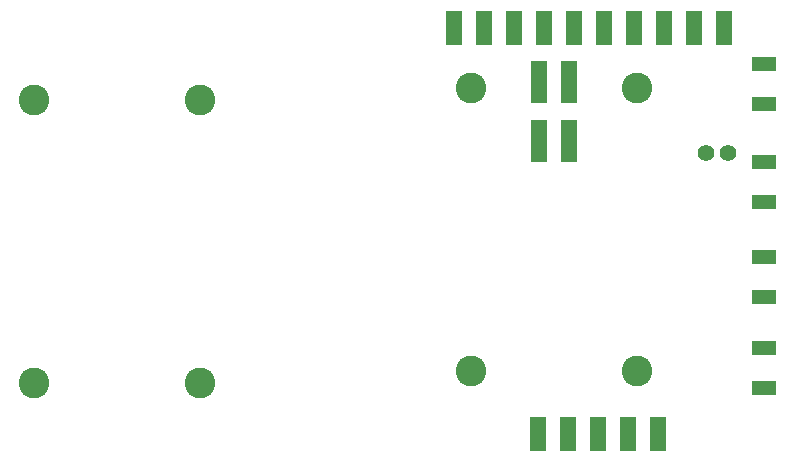
<source format=gbr>
G04 #@! TF.GenerationSoftware,KiCad,Pcbnew,(5.0.0)*
G04 #@! TF.CreationDate,2019-02-27T16:16:10+00:00*
G04 #@! TF.ProjectId,BubbleWatch,427562626C6557617463682E6B696361,rev?*
G04 #@! TF.SameCoordinates,Original*
G04 #@! TF.FileFunction,Soldermask,Bot*
G04 #@! TF.FilePolarity,Negative*
%FSLAX46Y46*%
G04 Gerber Fmt 4.6, Leading zero omitted, Abs format (unit mm)*
G04 Created by KiCad (PCBNEW (5.0.0)) date 02/27/19 16:16:10*
%MOMM*%
%LPD*%
G01*
G04 APERTURE LIST*
%ADD10R,2.100000X1.300000*%
%ADD11R,1.400000X2.900000*%
%ADD12C,2.600000*%
%ADD13C,1.400000*%
%ADD14R,1.400000X3.550000*%
G04 APERTURE END LIST*
D10*
G04 #@! TO.C,SW3*
X158750000Y-83750000D03*
X158750000Y-80350000D03*
G04 #@! TD*
G04 #@! TO.C,SW2*
X158750000Y-75650000D03*
X158750000Y-72250000D03*
G04 #@! TD*
G04 #@! TO.C,SW1*
X158750000Y-67400000D03*
X158750000Y-64000000D03*
G04 #@! TD*
D11*
G04 #@! TO.C,J3*
X155430000Y-60975000D03*
X152890000Y-60975000D03*
X150350000Y-60975000D03*
X147810000Y-60975000D03*
X145270000Y-60975000D03*
X142730000Y-60975000D03*
X140190000Y-60975000D03*
X137650000Y-60975000D03*
X135110000Y-60975000D03*
X132570000Y-60975000D03*
G04 #@! TD*
D10*
G04 #@! TO.C,SW4*
X158750000Y-88000000D03*
X158750000Y-91400000D03*
G04 #@! TD*
D12*
G04 #@! TO.C,REF\002A\002A*
X148000000Y-90000000D03*
G04 #@! TD*
D13*
G04 #@! TO.C,Y1*
X153850000Y-71500000D03*
X155750000Y-71500000D03*
G04 #@! TD*
D14*
G04 #@! TO.C,J2*
X142270000Y-70525000D03*
X142270000Y-65475000D03*
X139730000Y-70525000D03*
X139730000Y-65475000D03*
G04 #@! TD*
D12*
G04 #@! TO.C,REF\002A\002A*
X134000000Y-90000000D03*
G04 #@! TD*
D11*
G04 #@! TO.C,J3*
X139670000Y-95305000D03*
X142210000Y-95305000D03*
X144750000Y-95305000D03*
X147290000Y-95305000D03*
X149830000Y-95305000D03*
G04 #@! TD*
D12*
G04 #@! TO.C,REF\002A\002A*
X148000000Y-66000000D03*
G04 #@! TD*
G04 #@! TO.C,REF\002A\002A*
X134000000Y-66000000D03*
G04 #@! TD*
G04 #@! TO.C,REF\002A\002A*
X97000000Y-67000000D03*
G04 #@! TD*
G04 #@! TO.C,REF\002A\002A*
X111000000Y-67000000D03*
G04 #@! TD*
G04 #@! TO.C,REF\002A\002A*
X111000000Y-91000000D03*
G04 #@! TD*
G04 #@! TO.C,REF\002A\002A*
X97000000Y-91000000D03*
G04 #@! TD*
M02*

</source>
